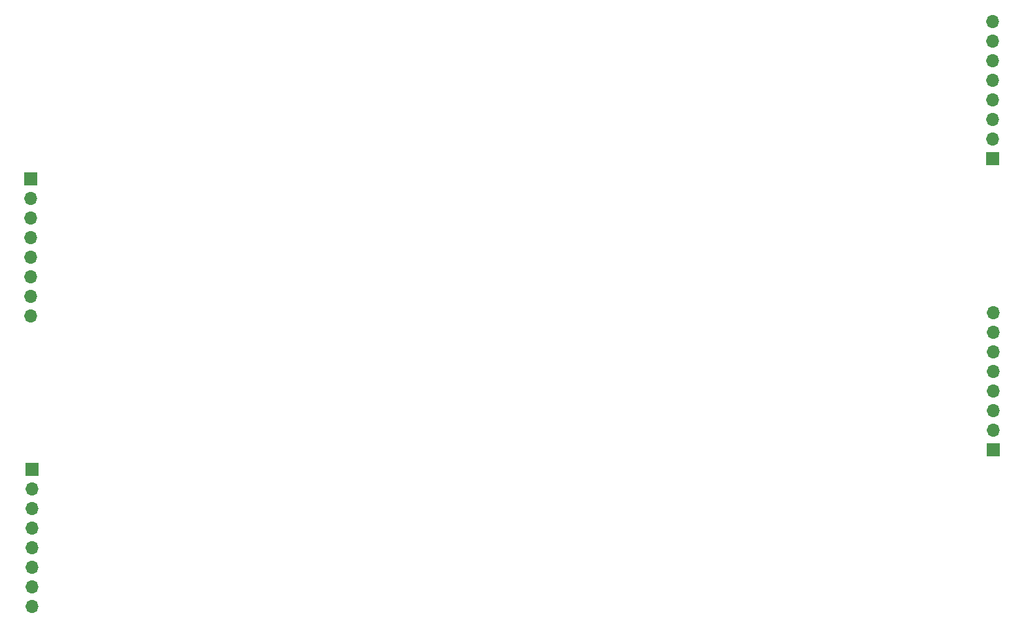
<source format=gbr>
%TF.GenerationSoftware,KiCad,Pcbnew,(7.0.0-0)*%
%TF.CreationDate,2023-04-28T06:51:24+02:00*%
%TF.ProjectId,omniscope,6f6d6e69-7363-46f7-9065-2e6b69636164,rev?*%
%TF.SameCoordinates,Original*%
%TF.FileFunction,Copper,L2,Bot*%
%TF.FilePolarity,Positive*%
%FSLAX46Y46*%
G04 Gerber Fmt 4.6, Leading zero omitted, Abs format (unit mm)*
G04 Created by KiCad (PCBNEW (7.0.0-0)) date 2023-04-28 06:51:24*
%MOMM*%
%LPD*%
G01*
G04 APERTURE LIST*
%TA.AperFunction,ComponentPad*%
%ADD10R,1.700000X1.700000*%
%TD*%
%TA.AperFunction,ComponentPad*%
%ADD11O,1.700000X1.700000*%
%TD*%
G04 APERTURE END LIST*
D10*
%TO.P,J2,1,Pin_1*%
%TO.N,+1V1*%
X140907499Y-36624999D03*
D11*
%TO.P,J2,2,Pin_2*%
%TO.N,+1V0*%
X140907499Y-34084999D03*
%TO.P,J2,3,Pin_3*%
%TO.N,GND*%
X140907499Y-31544999D03*
%TO.P,J2,4,Pin_4*%
%TO.N,Net-(J1-Pin_5)*%
X140907499Y-29004999D03*
%TO.P,J2,5,Pin_5*%
%TO.N,+3V3*%
X140907499Y-26464999D03*
%TO.P,J2,6,Pin_6*%
%TO.N,Net-(J1-Pin_3)*%
X140907499Y-23924999D03*
%TO.P,J2,7,Pin_7*%
%TO.N,Net-(J1-Pin_2)*%
X140907499Y-21384999D03*
%TO.P,J2,8,Pin_8*%
%TO.N,Net-(J1-Pin_1)*%
X140907499Y-18844999D03*
%TD*%
D10*
%TO.P,J2,1,Pin_1*%
%TO.N,+1V1*%
X16292499Y-39274999D03*
D11*
%TO.P,J2,2,Pin_2*%
%TO.N,+1V0*%
X16292499Y-41814999D03*
%TO.P,J2,3,Pin_3*%
%TO.N,GND*%
X16292499Y-44354999D03*
%TO.P,J2,4,Pin_4*%
%TO.N,Net-(J1-Pin_5)*%
X16292499Y-46894999D03*
%TO.P,J2,5,Pin_5*%
%TO.N,+3V3*%
X16292499Y-49434999D03*
%TO.P,J2,6,Pin_6*%
%TO.N,Net-(J1-Pin_3)*%
X16292499Y-51974999D03*
%TO.P,J2,7,Pin_7*%
%TO.N,Net-(J1-Pin_2)*%
X16292499Y-54514999D03*
%TO.P,J2,8,Pin_8*%
%TO.N,Net-(J1-Pin_1)*%
X16292499Y-57054999D03*
%TD*%
D10*
%TO.P,J2,1,Pin_1*%
%TO.N,+1V1*%
X140982499Y-74399999D03*
D11*
%TO.P,J2,2,Pin_2*%
%TO.N,+1V0*%
X140982499Y-71859999D03*
%TO.P,J2,3,Pin_3*%
%TO.N,GND*%
X140982499Y-69319999D03*
%TO.P,J2,4,Pin_4*%
%TO.N,Net-(J1-Pin_5)*%
X140982499Y-66779999D03*
%TO.P,J2,5,Pin_5*%
%TO.N,+3V3*%
X140982499Y-64239999D03*
%TO.P,J2,6,Pin_6*%
%TO.N,Net-(J1-Pin_3)*%
X140982499Y-61699999D03*
%TO.P,J2,7,Pin_7*%
%TO.N,Net-(J1-Pin_2)*%
X140982499Y-59159999D03*
%TO.P,J2,8,Pin_8*%
%TO.N,Net-(J1-Pin_1)*%
X140982499Y-56619999D03*
%TD*%
D10*
%TO.P,J2,1,Pin_1*%
%TO.N,+1V1*%
X16449999Y-76949999D03*
D11*
%TO.P,J2,2,Pin_2*%
%TO.N,+1V0*%
X16449999Y-79489999D03*
%TO.P,J2,3,Pin_3*%
%TO.N,GND*%
X16449999Y-82029999D03*
%TO.P,J2,4,Pin_4*%
%TO.N,Net-(J1-Pin_5)*%
X16449999Y-84569999D03*
%TO.P,J2,5,Pin_5*%
%TO.N,+3V3*%
X16449999Y-87109999D03*
%TO.P,J2,6,Pin_6*%
%TO.N,Net-(J1-Pin_3)*%
X16449999Y-89649999D03*
%TO.P,J2,7,Pin_7*%
%TO.N,Net-(J1-Pin_2)*%
X16449999Y-92189999D03*
%TO.P,J2,8,Pin_8*%
%TO.N,Net-(J1-Pin_1)*%
X16449999Y-94729999D03*
%TD*%
M02*

</source>
